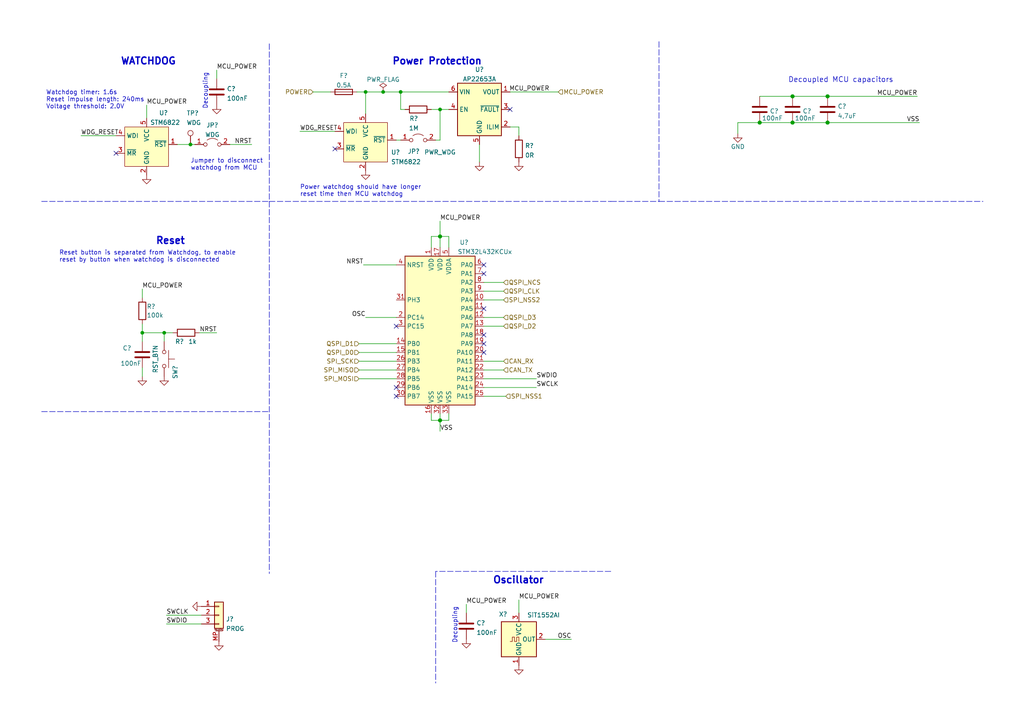
<source format=kicad_sch>
(kicad_sch (version 20210621) (generator eeschema)
  (paper "A4")
  (lib_symbols
    (symbol "Connector:TestPoint" (pin_numbers hide) (pin_names (offset 0.762) hide)
      (property "Reference" "TP" (at 0 6.858 0))
      (property "Value" "TestPoint" (at 0 5.08 0))
      (symbol "TestPoint_0_1"
        (circle (center 0 3.302) (radius 0.762))
      )
      (symbol "TestPoint_1_1"
        (pin passive line (at 0 0 90) (length 2.54) (name "1") (number "1"))
      )
    )
    (symbol "Connector_Generic_MountingPin:Conn_01x03_MountingPin" (pin_names (offset 1.016) hide)
      (property "Reference" "J" (at 0 5.08 0))
      (property "Value" "Conn_01x03_MountingPin" (at 1.27 -5.08 0))
      (symbol "Conn_01x03_MountingPin_1_1"
        (text "Mounting" (at 0 -4.191 0) (effects (font (size 0.381 0.381))))
        (rectangle (start -1.27 -2.413) (end 0 -2.667) (stroke (width 0.1524)))
        (rectangle (start -1.27 0.127) (end 0 -0.127) (stroke (width 0.1524)))
        (rectangle (start -1.27 2.667) (end 0 2.413) (stroke (width 0.1524)))
        (rectangle (start -1.27 3.81) (end 1.27 -3.81) (stroke (width 0.254)) (fill (type background)))
        (polyline (pts (xy -1.016 -4.572) (xy 1.016 -4.572)) (stroke (width 0.1524)))
        (pin passive line (at -5.08 2.54 0) (length 3.81) (name "Pin_1") (number "1"))
        (pin passive line (at -5.08 0 0) (length 3.81) (name "Pin_2") (number "2"))
        (pin passive line (at -5.08 -2.54 0) (length 3.81) (name "Pin_3") (number "3"))
        (pin passive line (at 0 -7.62 90) (length 3.048) (name "MountPin") (number "MP"))
      )
    )
    (symbol "Device:C" (pin_numbers hide) (pin_names (offset 0.254))
      (property "Reference" "C" (at 0.635 2.54 0))
      (property "Value" "C" (at 0.635 -2.54 0))
      (symbol "C_0_1"
        (polyline (pts (xy -2.032 -0.762) (xy 2.032 -0.762)) (stroke (width 0.508)))
        (polyline (pts (xy -2.032 0.762) (xy 2.032 0.762)) (stroke (width 0.508)))
      )
      (symbol "C_1_1"
        (pin passive line (at 0 3.81 270) (length 2.794) (name "~") (number "1"))
        (pin passive line (at 0 -3.81 90) (length 2.794) (name "~") (number "2"))
      )
    )
    (symbol "Device:Fuse" (pin_numbers hide) (pin_names (offset 0))
      (property "Reference" "F" (at 2.032 0 90))
      (property "Value" "Fuse" (at -1.905 0 90))
      (symbol "Fuse_0_1"
        (rectangle (start -0.762 -2.54) (end 0.762 2.54) (stroke (width 0.254)))
        (polyline (pts (xy 0 2.54) (xy 0 -2.54)))
      )
      (symbol "Fuse_1_1"
        (pin passive line (at 0 3.81 270) (length 1.27) (name "~") (number "1"))
        (pin passive line (at 0 -3.81 90) (length 1.27) (name "~") (number "2"))
      )
    )
    (symbol "Device:R" (pin_numbers hide) (pin_names (offset 0))
      (property "Reference" "R" (at 2.032 0 90))
      (property "Value" "R" (at 0 0 90))
      (symbol "R_0_1"
        (rectangle (start -1.016 -2.54) (end 1.016 2.54) (stroke (width 0.254)))
      )
      (symbol "R_1_1"
        (pin passive line (at 0 3.81 270) (length 1.27) (name "~") (number "1"))
        (pin passive line (at 0 -3.81 90) (length 1.27) (name "~") (number "2"))
      )
    )
    (symbol "Jumper:Jumper_2_Open" (pin_names (offset 0) hide)
      (property "Reference" "JP" (at 0 2.794 0))
      (property "Value" "Jumper_2_Open" (at 0 -2.286 0))
      (symbol "Jumper_2_Open_0_0"
        (circle (center -2.032 0) (radius 0.508))
        (circle (center 2.032 0) (radius 0.508))
      )
      (symbol "Jumper_2_Open_0_1"
        (arc (start -1.524 1.27) (end 1.524 1.27) (radius (at 0 -0.762) (length 2.54) (angles 126.9 53.1)))
      )
      (symbol "Jumper_2_Open_1_1"
        (pin passive line (at -5.08 0 0) (length 2.54) (name "A") (number "1"))
        (pin passive line (at 5.08 0 180) (length 2.54) (name "B") (number "2"))
      )
    )
    (symbol "MCU_ST_STM32L4:STM32L432KCUx"
      (property "Reference" "U" (at -10.16 21.59 0))
      (property "Value" "STM32L432KCUx" (at 5.08 21.59 0))
      (symbol "STM32L432KCUx_0_1"
        (rectangle (start -10.16 -22.86) (end 10.16 20.32) (stroke (width 0.254)) (fill (type background)))
      )
      (symbol "STM32L432KCUx_1_1"
        (pin power_in line (at -2.54 22.86 270) (length 2.54) (name "VDD") (number "1"))
        (pin bidirectional line (at 12.7 7.62 180) (length 2.54) (name "PA4") (number "10"))
        (pin bidirectional line (at 12.7 5.08 180) (length 2.54) (name "PA5") (number "11"))
        (pin bidirectional line (at 12.7 2.54 180) (length 2.54) (name "PA6") (number "12"))
        (pin bidirectional line (at 12.7 0 180) (length 2.54) (name "PA7") (number "13"))
        (pin bidirectional line (at -12.7 -5.08 0) (length 2.54) (name "PB0") (number "14"))
        (pin bidirectional line (at -12.7 -7.62 0) (length 2.54) (name "PB1") (number "15"))
        (pin power_in line (at -2.54 -25.4 90) (length 2.54) (name "VSS") (number "16"))
        (pin power_in line (at 0 22.86 270) (length 2.54) (name "VDD") (number "17"))
        (pin bidirectional line (at 12.7 -2.54 180) (length 2.54) (name "PA8") (number "18"))
        (pin bidirectional line (at 12.7 -5.08 180) (length 2.54) (name "PA9") (number "19"))
        (pin bidirectional line (at -12.7 2.54 0) (length 2.54) (name "PC14") (number "2"))
        (pin bidirectional line (at 12.7 -7.62 180) (length 2.54) (name "PA10") (number "20"))
        (pin bidirectional line (at 12.7 -10.16 180) (length 2.54) (name "PA11") (number "21"))
        (pin bidirectional line (at 12.7 -12.7 180) (length 2.54) (name "PA12") (number "22"))
        (pin bidirectional line (at 12.7 -15.24 180) (length 2.54) (name "PA13") (number "23"))
        (pin bidirectional line (at 12.7 -17.78 180) (length 2.54) (name "PA14") (number "24"))
        (pin bidirectional line (at 12.7 -20.32 180) (length 2.54) (name "PA15") (number "25"))
        (pin bidirectional line (at -12.7 -10.16 0) (length 2.54) (name "PB3") (number "26"))
        (pin bidirectional line (at -12.7 -12.7 0) (length 2.54) (name "PB4") (number "27"))
        (pin bidirectional line (at -12.7 -15.24 0) (length 2.54) (name "PB5") (number "28"))
        (pin bidirectional line (at -12.7 -17.78 0) (length 2.54) (name "PB6") (number "29"))
        (pin bidirectional line (at -12.7 0 0) (length 2.54) (name "PC15") (number "3"))
        (pin bidirectional line (at -12.7 -20.32 0) (length 2.54) (name "PB7") (number "30"))
        (pin bidirectional line (at -12.7 7.62 0) (length 2.54) (name "PH3") (number "31"))
        (pin power_in line (at 0 -25.4 90) (length 2.54) (name "VSS") (number "32"))
        (pin power_in line (at 2.54 -25.4 90) (length 2.54) (name "VSS") (number "33"))
        (pin input line (at -12.7 17.78 0) (length 2.54) (name "NRST") (number "4"))
        (pin power_in line (at 2.54 22.86 270) (length 2.54) (name "VDDA") (number "5"))
        (pin bidirectional line (at 12.7 17.78 180) (length 2.54) (name "PA0") (number "6"))
        (pin bidirectional line (at 12.7 15.24 180) (length 2.54) (name "PA1") (number "7"))
        (pin bidirectional line (at 12.7 12.7 180) (length 2.54) (name "PA2") (number "8"))
        (pin bidirectional line (at 12.7 10.16 180) (length 2.54) (name "PA3") (number "9"))
      )
    )
    (symbol "Switch:SW_Push" (pin_numbers hide) (pin_names (offset 1.016) hide)
      (property "Reference" "SW" (at 1.27 2.54 0))
      (property "Value" "SW_Push" (at 0 -1.524 0))
      (symbol "SW_Push_0_1"
        (circle (center -2.032 0) (radius 0.508))
        (circle (center 2.032 0) (radius 0.508))
        (polyline (pts (xy 0 1.27) (xy 0 3.048)))
        (polyline (pts (xy 2.54 1.27) (xy -2.54 1.27)))
        (pin passive line (at -5.08 0 0) (length 2.54) (name "1") (number "1"))
        (pin passive line (at 5.08 0 180) (length 2.54) (name "2") (number "2"))
      )
    )
    (symbol "TCY_IC:STM6822"
      (property "Reference" "U" (at 6.35 13.97 0))
      (property "Value" "STM6822" (at 6.35 16.51 0))
      (symbol "STM6822_0_1"
        (rectangle (start -6.35 11.43) (end 6.35 0) (stroke (width 0.1524)) (fill (type background)))
      )
      (symbol "STM6822_1_1"
        (pin open_collector line (at 8.89 6.35 180) (length 2.54) (name "~{RST}") (number "1"))
        (pin passive line (at 0 -2.54 90) (length 2.54) (name "GND") (number "2"))
        (pin input line (at -8.89 3.81 0) (length 2.54) (name "~{MR}") (number "3"))
        (pin input line (at -8.89 8.89 0) (length 2.54) (name "WDI") (number "4"))
        (pin power_in line (at 0 13.97 270) (length 2.54) (name "VCC") (number "5"))
      )
    )
    (symbol "TCY_ocillators:SiT1552AI" (pin_names (offset 0.254))
      (property "Reference" "X" (at -6.35 6.35 0))
      (property "Value" "SiT1552AI" (at 1.27 6.35 0))
      (symbol "SiT1552AI_0_1"
        (rectangle (start -5.08 5.08) (end 5.08 -5.08) (stroke (width 0.254)) (fill (type background)))
        (polyline (pts (xy -2.54 -0.635) (xy -1.905 -0.635) (xy -1.905 0.635) (xy -1.27 0.635) (xy -1.27 -0.635) (xy -0.635 -0.635) (xy -0.635 0.635) (xy 0 0.635) (xy 0 -0.635)))
      )
      (symbol "SiT1552AI_1_1"
        (pin power_in line (at 0 -7.62 90) (length 2.54) (name "GND") (number "1"))
        (pin output line (at 7.62 0 180) (length 2.54) (name "OUT") (number "2"))
        (pin power_in line (at 0 7.62 270) (length 2.54) (name "VCC") (number "3"))
        (pin power_in line (at 0 -7.62 90) (length 2.54) hide (name "GND") (number "4"))
      )
    )
    (symbol "TCY_power_management:AP22653"
      (property "Reference" "U" (at 8.89 7.62 0))
      (property "Value" "AP22653" (at 0 7.62 0))
      (symbol "AP22653_0_1"
        (rectangle (start -6.35 5.08) (end 6.35 -10.16) (stroke (width 0.254)) (fill (type background)))
      )
      (symbol "AP22653_1_1"
        (pin power_out line (at 8.89 2.54 180) (length 2.54) (name "VOUT") (number "1"))
        (pin passive line (at 8.89 -7.62 180) (length 2.54) (name "ILIM") (number "2"))
        (pin output line (at 8.89 -2.54 180) (length 2.54) (name "~{FAULT}") (number "3"))
        (pin input line (at -8.89 -2.54 0) (length 2.54) (name "EN") (number "4"))
        (pin passive line (at 0 -12.7 90) (length 2.54) (name "GND") (number "5"))
        (pin power_in line (at -8.89 2.54 0) (length 2.54) (name "VIN") (number "6"))
        (pin passive line (at 0 -12.7 90) (length 2.54) hide (name "E_PAD") (number "7"))
      )
    )
    (symbol "power:GND" (power) (pin_names (offset 0))
      (property "Value" "GND" (at 0 -3.81 0))
      (symbol "GND_0_1"
        (polyline (pts (xy 0 0) (xy 0 -1.27) (xy 1.27 -1.27) (xy 0 -2.54) (xy -1.27 -1.27) (xy 0 -1.27)))
      )
      (symbol "GND_1_1"
        (pin power_in line (at 0 0 270) (length 0) hide (name "GND") (number "1"))
      )
    )
    (symbol "power:PWR_FLAG" (power) (pin_numbers hide) (pin_names (offset 0) hide)
      (property "Value" "PWR_FLAG" (at 0 3.81 0))
      (symbol "PWR_FLAG_0_0"
        (pin power_out line (at 0 0 90) (length 0) (name "pwr") (number "1"))
      )
      (symbol "PWR_FLAG_0_1"
        (polyline (pts (xy 0 0) (xy 0 1.27) (xy -1.016 1.905) (xy 0 2.54) (xy 1.016 1.905) (xy 0 1.27)))
      )
    )
  )
  (junction (at 41.275 96.52) (diameter 0.9144))
  (junction (at 47.625 96.52) (diameter 0.9144))
  (junction (at 55.245 41.91) (diameter 0.9144))
  (junction (at 106.045 26.67) (diameter 0.9144))
  (junction (at 111.125 26.67) (diameter 0.9144))
  (junction (at 116.205 26.67) (diameter 0.9144))
  (junction (at 127.635 31.75) (diameter 0.9144))
  (junction (at 127.635 68.58) (diameter 1.016))
  (junction (at 127.635 121.92) (diameter 1.016))
  (junction (at 220.345 35.56) (diameter 1.016))
  (junction (at 229.87 27.94) (diameter 1.016))
  (junction (at 229.87 35.56) (diameter 1.016))
  (junction (at 240.03 27.94) (diameter 1.016))
  (junction (at 240.03 35.56) (diameter 1.016))
  (no_connect (at 33.655 44.45))
  (no_connect (at 97.155 43.18))
  (no_connect (at 114.935 94.615))
  (no_connect (at 114.935 112.395))
  (no_connect (at 114.935 114.935))
  (no_connect (at 140.335 76.835))
  (no_connect (at 140.335 79.375))
  (no_connect (at 140.335 89.535))
  (no_connect (at 140.335 97.155))
  (no_connect (at 140.335 99.695))
  (no_connect (at 140.335 102.235))
  (no_connect (at 147.955 31.75))
  (wire (pts (xy 23.495 39.37) (xy 33.655 39.37)))
  (wire (pts (xy 41.275 83.82) (xy 41.275 86.36)))
  (wire (pts (xy 41.275 93.98) (xy 41.275 96.52)))
  (wire (pts (xy 41.275 96.52) (xy 41.275 99.06)))
  (wire (pts (xy 41.275 96.52) (xy 47.625 96.52)))
  (wire (pts (xy 41.275 106.68) (xy 41.275 109.22)))
  (wire (pts (xy 42.545 30.48) (xy 42.545 34.29)))
  (wire (pts (xy 47.625 96.52) (xy 47.625 99.06)))
  (wire (pts (xy 47.625 96.52) (xy 50.165 96.52)))
  (wire (pts (xy 51.435 41.91) (xy 55.245 41.91)))
  (wire (pts (xy 55.245 41.91) (xy 56.515 41.91)))
  (wire (pts (xy 57.785 96.52) (xy 62.865 96.52)))
  (wire (pts (xy 58.42 178.435) (xy 48.26 178.435)))
  (wire (pts (xy 58.42 180.975) (xy 48.26 180.975)))
  (wire (pts (xy 62.865 20.32) (xy 62.865 22.86)))
  (wire (pts (xy 66.675 41.91) (xy 73.025 41.91)))
  (wire (pts (xy 86.995 38.1) (xy 97.155 38.1)))
  (wire (pts (xy 90.805 26.67) (xy 95.885 26.67)))
  (wire (pts (xy 103.505 26.67) (xy 106.045 26.67)))
  (wire (pts (xy 104.14 99.695) (xy 114.935 99.695)))
  (wire (pts (xy 104.14 102.235) (xy 114.935 102.235)))
  (wire (pts (xy 104.14 104.775) (xy 114.935 104.775)))
  (wire (pts (xy 104.14 107.315) (xy 114.935 107.315)))
  (wire (pts (xy 104.14 109.855) (xy 114.935 109.855)))
  (wire (pts (xy 105.41 76.835) (xy 114.935 76.835)))
  (wire (pts (xy 106.045 26.67) (xy 111.125 26.67)))
  (wire (pts (xy 106.045 33.02) (xy 106.045 26.67)))
  (wire (pts (xy 106.045 92.075) (xy 114.935 92.075)))
  (wire (pts (xy 111.125 26.67) (xy 116.205 26.67)))
  (wire (pts (xy 114.935 40.64) (xy 116.205 40.64)))
  (wire (pts (xy 116.205 26.67) (xy 116.205 31.75)))
  (wire (pts (xy 116.205 26.67) (xy 130.175 26.67)))
  (wire (pts (xy 117.475 31.75) (xy 116.205 31.75)))
  (wire (pts (xy 125.095 31.75) (xy 127.635 31.75)))
  (wire (pts (xy 125.095 68.58) (xy 127.635 68.58)))
  (wire (pts (xy 125.095 71.755) (xy 125.095 68.58)))
  (wire (pts (xy 125.095 120.015) (xy 125.095 121.92)))
  (wire (pts (xy 125.095 121.92) (xy 127.635 121.92)))
  (wire (pts (xy 126.365 40.64) (xy 127.635 40.64)))
  (wire (pts (xy 127.635 31.75) (xy 127.635 40.64)))
  (wire (pts (xy 127.635 31.75) (xy 130.175 31.75)))
  (wire (pts (xy 127.635 64.135) (xy 127.635 68.58)))
  (wire (pts (xy 127.635 68.58) (xy 127.635 71.755)))
  (wire (pts (xy 127.635 68.58) (xy 130.175 68.58)))
  (wire (pts (xy 127.635 120.015) (xy 127.635 121.92)))
  (wire (pts (xy 127.635 121.92) (xy 127.635 125.095)))
  (wire (pts (xy 130.175 68.58) (xy 130.175 71.755)))
  (wire (pts (xy 130.175 120.015) (xy 130.175 121.92)))
  (wire (pts (xy 130.175 121.92) (xy 127.635 121.92)))
  (wire (pts (xy 135.255 175.26) (xy 135.255 177.8)))
  (wire (pts (xy 139.065 41.91) (xy 139.065 46.99)))
  (wire (pts (xy 140.335 81.915) (xy 146.05 81.915)))
  (wire (pts (xy 140.335 84.455) (xy 146.05 84.455)))
  (wire (pts (xy 140.335 86.995) (xy 146.05 86.995)))
  (wire (pts (xy 140.335 92.075) (xy 146.05 92.075)))
  (wire (pts (xy 140.335 94.615) (xy 146.05 94.615)))
  (wire (pts (xy 140.335 104.775) (xy 146.05 104.775)))
  (wire (pts (xy 140.335 107.315) (xy 146.05 107.315)))
  (wire (pts (xy 140.335 109.855) (xy 155.575 109.855)))
  (wire (pts (xy 140.335 112.395) (xy 155.575 112.395)))
  (wire (pts (xy 140.335 114.935) (xy 146.685 114.935)))
  (wire (pts (xy 147.955 26.67) (xy 161.925 26.67)))
  (wire (pts (xy 147.955 36.83) (xy 150.495 36.83)))
  (wire (pts (xy 150.495 36.83) (xy 150.495 39.37)))
  (wire (pts (xy 150.495 173.99) (xy 150.495 177.8)))
  (wire (pts (xy 158.115 185.42) (xy 165.735 185.42)))
  (wire (pts (xy 213.995 35.56) (xy 220.345 35.56)))
  (wire (pts (xy 213.995 38.735) (xy 213.995 35.56)))
  (wire (pts (xy 220.345 27.94) (xy 229.87 27.94)))
  (wire (pts (xy 220.345 35.56) (xy 229.87 35.56)))
  (wire (pts (xy 229.87 27.94) (xy 240.03 27.94)))
  (wire (pts (xy 229.87 35.56) (xy 240.03 35.56)))
  (wire (pts (xy 240.03 27.94) (xy 266.065 27.94)))
  (wire (pts (xy 240.03 35.56) (xy 266.7 35.56)))
  (polyline (pts (xy 12.065 58.42) (xy 78.105 58.42)) (stroke (width 0) (type dash)))
  (polyline (pts (xy 12.065 119.38) (xy 78.105 119.38)) (stroke (width 0) (type dash)))
  (polyline (pts (xy 78.105 12.7) (xy 78.105 166.37)) (stroke (width 0) (type dash)))
  (polyline (pts (xy 78.105 58.42) (xy 177.165 58.42)) (stroke (width 0) (type dash)))
  (polyline (pts (xy 126.365 165.735) (xy 126.365 198.12)) (stroke (width 0) (type dash)))
  (polyline (pts (xy 177.165 58.42) (xy 191.135 58.42)) (stroke (width 0) (type dash)))
  (polyline (pts (xy 177.165 165.735) (xy 126.365 165.735)) (stroke (width 0) (type dash)))
  (polyline (pts (xy 191.135 12.065) (xy 191.135 58.42)) (stroke (width 0) (type dash)))
  (polyline (pts (xy 191.135 58.42) (xy 285.115 58.42)) (stroke (width 0) (type dash)))
  (text "Watchdog timer: 1.6s\nReset impulse length: 240ms\nVoltage threshold: 2.0V" (at 13.335 31.75 0) (effects (font (size 1.27 1.27)) (justify left bottom)))
  (text "Reset button is separated from Watchdog, to enable\nreset by button when watchdog is disconnected" (at 17.145 76.2 0) (effects (font (size 1.27 1.27)) (justify left bottom)))
  (text "WATCHDOG" (at 34.925 19.05 0) (effects (font (size 2 2) (thickness 0.4) bold) (justify left bottom)))
  (text "Reset" (at 45.085 71.12 0) (effects (font (size 2 2) (thickness 0.4) bold) (justify left bottom)))
  (text "Jumper to disconnect\nwatchdog from MCU" (at 55.245 49.53 0) (effects (font (size 1.27 1.27)) (justify left bottom)))
  (text "Decoupling" (at 60.325 31.75 90) (effects (font (size 1.27 1.27)) (justify left bottom)))
  (text "Power watchdog should have longer\nreset time then MCU watchdog" (at 86.995 57.15 0) (effects (font (size 1.27 1.27)) (justify left bottom)))
  (text "Power Protection" (at 113.665 19.05 0) (effects (font (size 2 2) (thickness 0.4) bold) (justify left bottom)))
  (text "Decoupling" (at 132.715 186.69 90) (effects (font (size 1.27 1.27)) (justify left bottom)))
  (text "Oscillator" (at 142.875 169.545 0) (effects (font (size 2 2) (thickness 0.4) bold) (justify left bottom)))
  (text "Decoupled MCU capacitors" (at 228.6 24.13 0) (effects (font (size 1.5 1.5)) (justify left bottom)))
  (text "\n\n" (at 243.84 40.005 0) (effects (font (size 1.27 1.27)) (justify left bottom)))
  (label "WDG_RESET" (at 23.495 39.37 0))
  (label "MCU_POWER" (at 41.275 83.82 0))
  (label "MCU_POWER" (at 42.545 30.48 0))
  (label "SWCLK" (at 48.26 178.435 0))
  (label "SWDIO" (at 48.26 180.975 0))
  (label "MCU_POWER" (at 62.865 20.32 0))
  (label "NRST" (at 62.865 96.52 180))
  (label "NRST" (at 73.025 41.91 180))
  (label "WDG_RESET" (at 86.995 38.1 0))
  (label "NRST" (at 105.41 76.835 180))
  (label "OSC" (at 106.045 92.075 180))
  (label "MCU_POWER" (at 127.635 64.135 0))
  (label "VSS" (at 127.635 125.095 0))
  (label "MCU_POWER" (at 135.255 175.26 0))
  (label "MCU_POWER" (at 150.495 173.99 0))
  (label "SWDIO" (at 155.575 109.855 0))
  (label "SWCLK" (at 155.575 112.395 0))
  (label "MCU_POWER" (at 159.385 26.67 180))
  (label "OSC" (at 165.735 185.42 180))
  (label "MCU_POWER" (at 266.065 27.94 180))
  (label "VSS" (at 266.7 35.56 180))
  (hierarchical_label "POWER" (shape input) (at 90.805 26.67 180))
  (hierarchical_label "QSPI_D1" (shape input) (at 104.14 99.695 180))
  (hierarchical_label "QSPI_D0" (shape input) (at 104.14 102.235 180))
  (hierarchical_label "SPI_SCK" (shape input) (at 104.14 104.775 180))
  (hierarchical_label "SPI_MISO" (shape input) (at 104.14 107.315 180))
  (hierarchical_label "SPI_MOSI" (shape input) (at 104.14 109.855 180))
  (hierarchical_label "QSPI_NCS" (shape input) (at 146.05 81.915 0))
  (hierarchical_label "QSPI_CLK" (shape input) (at 146.05 84.455 0))
  (hierarchical_label "SPI_NSS2" (shape input) (at 146.05 86.995 0))
  (hierarchical_label "QSPI_D3" (shape input) (at 146.05 92.075 0))
  (hierarchical_label "QSPI_D2" (shape input) (at 146.05 94.615 0))
  (hierarchical_label "CAN_RX" (shape input) (at 146.05 104.775 0))
  (hierarchical_label "CAN_TX" (shape input) (at 146.05 107.315 0))
  (hierarchical_label "SPI_NSS1" (shape input) (at 146.685 114.935 0))
  (hierarchical_label "MCU_POWER" (shape input) (at 161.925 26.67 0))
  (symbol (lib_id "power:PWR_FLAG") (at 111.125 26.67 0) (unit 1)
    (property "Reference" "#FLG?" (effects hide))
    (property "Value" "PWR_FLAG" (at 111.125 23.0654 0))
  )
  (symbol (lib_id "Connector:TestPoint") (at 55.245 41.91 0) (unit 1)
    (property "Reference" "TP?" (at 54.1021 32.81 0) (effects (justify left)))
    (property "Value" "WDG" (at 54.1021 35.5851 0) (effects (justify left)))
    (property "Footprint" "TCY_connectors:TestPoint_Pad_D0.5mm" (effects hide))
  )
  (symbol (lib_id "power:GND") (at 41.275 109.22 0) (unit 1)
    (property "Reference" "#PWR?" (effects hide))
    (property "Value" "GND" (effects hide))
  )
  (symbol (lib_id "power:GND") (at 42.545 50.8 0) (unit 1)
    (property "Reference" "#PWR?" (effects hide))
    (property "Value" "GND" (effects hide))
  )
  (symbol (lib_id "power:GND") (at 47.625 109.22 0) (unit 1)
    (property "Reference" "#PWR?" (effects hide))
    (property "Value" "GND" (effects hide))
  )
  (symbol (lib_id "power:GND") (at 58.42 175.895 270) (unit 1)
    (property "Reference" "#PWR?" (effects hide))
    (property "Value" "GND" (effects hide))
  )
  (symbol (lib_id "power:GND") (at 62.865 30.48 0) (unit 1)
    (property "Reference" "#PWR?" (effects hide))
    (property "Value" "GND" (effects hide))
  )
  (symbol (lib_id "power:GND") (at 63.5 186.055 0) (unit 1)
    (property "Reference" "#PWR?" (effects hide))
    (property "Value" "GND" (effects hide))
  )
  (symbol (lib_id "power:GND") (at 106.045 49.53 0) (unit 1)
    (property "Reference" "#PWR?" (effects hide))
    (property "Value" "GND" (effects hide))
  )
  (symbol (lib_id "power:GND") (at 135.255 185.42 0) (unit 1)
    (property "Reference" "#PWR?" (effects hide))
    (property "Value" "GND" (effects hide))
  )
  (symbol (lib_id "power:GND") (at 139.065 46.99 0) (unit 1)
    (property "Reference" "#PWR?" (effects hide))
    (property "Value" "GND" (effects hide))
  )
  (symbol (lib_id "power:GND") (at 150.495 46.99 0) (unit 1)
    (property "Reference" "#PWR?" (effects hide))
    (property "Value" "GND" (effects hide))
  )
  (symbol (lib_id "power:GND") (at 150.495 193.04 0) (unit 1)
    (property "Reference" "#PWR?" (effects hide))
    (property "Value" "GND" (effects hide))
  )
  (symbol (lib_id "power:GND") (at 213.995 38.735 0) (unit 1)
    (property "Reference" "#PWR?" (effects hide))
    (property "Value" "GND" (at 213.995 42.545 0))
  )
  (symbol (lib_id "Device:Fuse") (at 99.695 26.67 90) (unit 1)
    (property "Reference" "F?" (at 99.695 21.9414 90))
    (property "Value" "0.5A" (at 99.695 24.7165 90))
    (property "Footprint" "Fuse:Fuse_0805_2012Metric" (effects hide))
  )
  (symbol (lib_id "Device:R") (at 41.275 90.17 0) (unit 1)
    (property "Reference" "R?" (at 42.545 88.9 0) (effects (justify left)))
    (property "Value" "100k" (at 42.545 91.44 0) (effects (justify left)))
    (property "Footprint" "TCY_passives:R_0603_1608Metric" (effects hide))
  )
  (symbol (lib_id "Device:R") (at 53.975 96.52 270) (unit 1)
    (property "Reference" "R?" (at 50.8 99.06 90) (effects (justify left)))
    (property "Value" "1k" (at 54.61 99.06 90) (effects (justify left)))
    (property "Footprint" "TCY_passives:R_0603_1608Metric" (effects hide))
  )
  (symbol (lib_id "Device:R") (at 121.285 31.75 90) (unit 1)
    (property "Reference" "R?" (at 120.015 34.3874 90))
    (property "Value" "1M" (at 120.015 37.1625 90))
    (property "Footprint" "TCY_passives:R_0603_1608Metric" (effects hide))
  )
  (symbol (lib_id "Device:R") (at 150.495 43.18 0) (unit 1)
    (property "Reference" "R?" (at 152.2731 42.2715 0) (effects (justify left)))
    (property "Value" "0R" (at 152.2731 45.0466 0) (effects (justify left)))
    (property "Footprint" "TCY_passives:R_0603_1608Metric" (effects hide))
  )
  (symbol (lib_id "Jumper:Jumper_2_Open") (at 61.595 41.91 0) (unit 1)
    (property "Reference" "JP?" (at 61.595 36.2924 0))
    (property "Value" "WDG" (at 61.595 39.0675 0))
    (property "Footprint" "Jumper:SolderJumper-2_P1.3mm_Open_RoundedPad1.0x1.5mm" (effects hide))
  )
  (symbol (lib_id "Jumper:Jumper_2_Open") (at 121.285 40.64 0) (unit 1)
    (property "Reference" "JP?" (at 120.015 43.9124 0))
    (property "Value" "PWR_WDG" (at 127.635 44.1475 0))
    (property "Footprint" "Jumper:SolderJumper-2_P1.3mm_Open_RoundedPad1.0x1.5mm" (effects hide))
  )
  (symbol (lib_id "Device:C") (at 41.275 102.87 0) (unit 1)
    (property "Reference" "C?" (at 35.56 100.965 0) (effects (justify left)))
    (property "Value" "100nF" (at 34.925 105.41 0) (effects (justify left)))
    (property "Footprint" "TCY_passives:C_0603_1608Metric" (effects hide))
  )
  (symbol (lib_id "Device:C") (at 62.865 26.67 0) (unit 1)
    (property "Reference" "C?" (at 65.7861 25.7615 0) (effects (justify left)))
    (property "Value" "100nF" (at 65.7861 28.5366 0) (effects (justify left)))
    (property "Footprint" "TCY_passives:C_0603_1608Metric" (effects hide))
  )
  (symbol (lib_id "Device:C") (at 135.255 181.61 0) (unit 1)
    (property "Reference" "C?" (at 138.1761 180.7015 0) (effects (justify left)))
    (property "Value" "100nF" (at 138.1761 183.4766 0) (effects (justify left)))
    (property "Footprint" "TCY_passives:C_0603_1608Metric" (effects hide))
  )
  (symbol (lib_id "Device:C") (at 220.345 31.75 0) (unit 1)
    (property "Reference" "C?" (at 223.2661 32.229 0) (effects (justify left)))
    (property "Value" "100nF" (at 220.98 34.29 0) (effects (justify left)))
  )
  (symbol (lib_id "Device:C") (at 229.87 31.75 0) (unit 1)
    (property "Reference" "C?" (at 232.7911 32.229 0) (effects (justify left)))
    (property "Value" "100nF" (at 230.505 34.29 0) (effects (justify left)))
  )
  (symbol (lib_id "Device:C") (at 240.03 31.75 0) (unit 1)
    (property "Reference" "C?" (at 242.9511 30.8415 0) (effects (justify left)))
    (property "Value" "4,7uF" (at 242.9511 33.6166 0) (effects (justify left)))
  )
  (symbol (lib_id "Switch:SW_Push") (at 47.625 104.14 270) (unit 1)
    (property "Reference" "SW?" (at 50.8 107.95 0))
    (property "Value" "RST_BTN" (at 45.085 104.14 0))
    (property "Footprint" "TCY_buttons_switches:KMT031NGJLHS" (effects hide))
  )
  (symbol (lib_id "Connector_Generic_MountingPin:Conn_01x03_MountingPin") (at 63.5 178.435 0) (unit 1)
    (property "Reference" "J?" (at 65.5321 179.5585 0) (effects (justify left)))
    (property "Value" "PROG" (at 65.5321 182.3336 0) (effects (justify left)))
    (property "Footprint" "TCY_connectors:Amphenol_10114830-11103LF_1x03_P1.25mm_Horizontal" (effects hide))
  )
  (symbol (lib_id "TCY_ocillators:SiT1552AI") (at 150.495 185.42 0) (unit 1)
    (property "Reference" "X?" (at 147.193 178.1615 0) (effects (justify right)))
    (property "Value" "SiT1552AI" (at 162.433 178.3966 0) (effects (justify right)))
    (property "Footprint" "TCY_oscillators:CSP-4_1.5x0.8mm" (effects hide))
    (property "Datasheet" "https://www.sitime.com/datasheet/SiT1552" (effects hide))
  )
  (symbol (lib_id "TCY_IC:STM6822") (at 42.545 48.26 0) (unit 1)
    (property "Reference" "U?" (at 46.1011 32.7465 0) (effects (justify left)))
    (property "Value" "STM6822" (at 43.5611 35.5216 0) (effects (justify left)))
    (property "Footprint" "Package_TO_SOT_SMD:SOT-23-5" (effects hide))
    (property "Datasheet" "https://www.st.com/resource/en/datasheet/stm6321.pdf" (effects hide))
  )
  (symbol (lib_id "TCY_IC:STM6822") (at 106.045 46.99 0) (unit 1)
    (property "Reference" "U?" (at 113.4111 44.1765 0) (effects (justify left)))
    (property "Value" "STM6822" (at 113.4111 46.9516 0) (effects (justify left)))
    (property "Footprint" "Package_TO_SOT_SMD:SOT-23-5" (effects hide))
    (property "Datasheet" "https://www.st.com/resource/en/datasheet/stm6321.pdf" (effects hide))
  )
  (symbol (lib_id "TCY_power_management:AP22653") (at 139.065 29.21 0) (unit 1)
    (property "Reference" "U?" (at 139.065 20.1634 0))
    (property "Value" "AP22653A" (at 139.065 22.9385 0))
    (property "Footprint" "Package_DFN_QFN:DFN-6-1EP_2x2mm_P0.65mm_EP1x1.6mm" (effects hide))
    (property "Datasheet" "https://www.diodes.com/assets/Datasheets/AP22652_53_52A_53A.pdf" (effects hide))
  )
  (symbol (lib_id "MCU_ST_STM32L4:STM32L432KCUx") (at 127.635 94.615 0) (unit 1)
    (property "Reference" "U?" (at 134.62 70.3094 0))
    (property "Value" "STM32L432KCUx" (at 132.715 73.025 0) (effects (justify left)))
    (property "Footprint" "Package_DFN_QFN:QFN-32-1EP_5x5mm_P0.5mm_EP3.45x3.45mm" (effects hide))
    (property "Datasheet" "http://www.st.com/st-web-ui/static/active/en/resource/technical/document/datasheet/DM00257205.pdf" (effects hide))
  )
)
</source>
